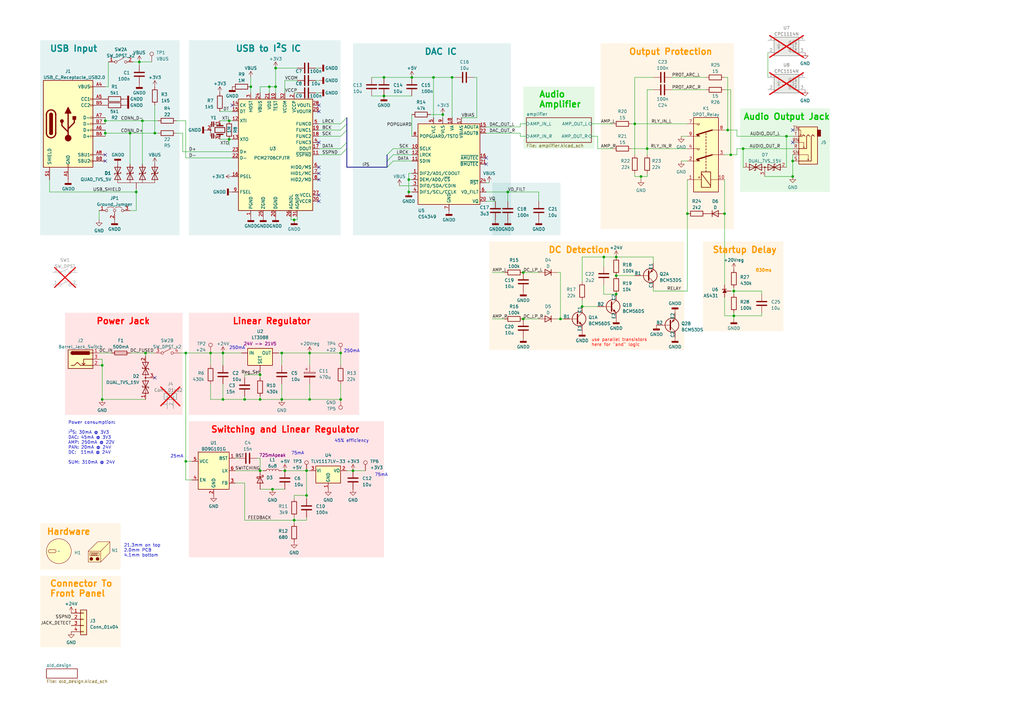
<source format=kicad_sch>
(kicad_sch (version 20230121) (generator eeschema)
  (paper "A3")
  (title_block (title "USB DAC & Headphone Amplifier") (date "2023-07-18") (rev "2") (company "Author: Jona Heinke") (comment 1 "License: MIT"))
  (junction (at 55.88 78.74))
  (junction (at 322.58 55.88))
  (junction (at 281.94 87.63))
  (junction (at 93.98 49.53))
  (junction (at 157.48 39.37))
  (junction (at 214.63 130.81))
  (junction (at 125.73 203.2))
  (junction (at 91.44 144.78))
  (junction (at 53.34 54.61))
  (junction (at 41.91 149.86))
  (junction (at 299.72 63.5))
  (junction (at 300.99 129.54))
  (junction (at 252.73 120.65))
  (junction (at 86.36 144.78))
  (junction (at 76.2 189.23))
  (junction (at 252.73 113.03))
  (junction (at 100.33 163.83))
  (junction (at 59.69 144.78))
  (junction (at 139.7 163.83))
  (junction (at 110.49 35.56))
  (junction (at 93.98 57.15))
  (junction (at 167.64 73.66))
  (junction (at 120.65 213.36))
  (junction (at 252.73 105.41))
  (junction (at 43.18 54.61))
  (junction (at 125.73 193.04))
  (junction (at 262.89 72.39))
  (junction (at 43.18 49.53))
  (junction (at 63.5 54.61))
  (junction (at 115.57 144.78))
  (junction (at 168.91 31.75))
  (junction (at 106.68 193.04))
  (junction (at 139.7 144.78))
  (junction (at 144.78 193.04))
  (junction (at 214.63 111.76))
  (junction (at 181.61 46.99))
  (junction (at 116.84 193.04))
  (junction (at 260.35 50.8))
  (junction (at 247.65 105.41))
  (junction (at 325.12 66.04))
  (junction (at 91.44 163.83))
  (junction (at 106.68 163.83))
  (junction (at 265.43 60.96))
  (junction (at 106.68 153.67))
  (junction (at 102.87 35.56))
  (junction (at 177.8 31.75))
  (junction (at 127 163.83))
  (junction (at 167.64 78.74))
  (junction (at 325.12 72.39))
  (junction (at 297.18 87.63))
  (junction (at 157.48 31.75))
  (junction (at 115.57 163.83))
  (junction (at 120.65 90.17))
  (junction (at 57.15 25.4))
  (junction (at 58.42 49.53))
  (junction (at 229.87 130.81))
  (junction (at 111.76 200.66))
  (junction (at 238.76 125.73))
  (junction (at 127 144.78))
  (junction (at 300.99 119.38))
  (junction (at 113.03 35.56))
  (junction (at 298.45 53.34))
  (junction (at 41.91 163.83))
  (junction (at 76.2 144.78))
  (junction (at 304.8 60.96))
  (junction (at 113.03 27.94))
  (junction (at 185.42 31.75))
  (junction (at 208.28 78.74))
  (no_connect (at 199.39 64.77))
  (no_connect (at 130.81 80.01))
  (no_connect (at 43.18 66.04))
  (no_connect (at 130.81 45.72))
  (no_connect (at 130.81 82.55))
  (no_connect (at 325.12 58.42))
  (no_connect (at 130.81 73.66))
  (no_connect (at 325.12 53.34))
  (no_connect (at 199.39 67.31))
  (no_connect (at 130.81 58.42))
  (no_connect (at 130.81 43.18))
  (no_connect (at 63.5 154.94))
  (no_connect (at 43.18 63.5))
  (no_connect (at 130.81 68.58))
  (no_connect (at 130.81 71.12))
  (no_connect (at 95.25 43.18))
  (bus_entry (at 158.75 68.58) (size 2.54 -2.54))
  (bus_entry (at 139.7 50.8) (size 2.54 -2.54))
  (bus_entry (at 139.7 60.96) (size 2.54 -2.54))
  (bus_entry (at 139.7 55.88) (size 2.54 -2.54))
  (bus_entry (at 158.75 66.04) (size 2.54 -2.54))
  (bus_entry (at 139.7 63.5) (size 2.54 -2.54))
  (bus_entry (at 158.75 63.5) (size 2.54 -2.54))
  (bus_entry (at 139.7 53.34) (size 2.54 -2.54))
  (wire (pts (xy 185.42 31.75) (xy 185.42 48.26)))
  (wire (pts (xy 208.28 78.74) (xy 220.98 78.74)))
  (wire (pts (xy 90.17 57.15) (xy 93.98 57.15)))
  (wire (pts (xy 247.65 109.22) (xy 247.65 105.41)))
  (wire (pts (xy 199.39 52.07) (xy 213.36 52.07)))
  (wire (pts (xy 116.84 38.1) (xy 116.84 33.02)))
  (wire (pts (xy 312.42 119.38) (xy 300.99 119.38)))
  (wire (pts (xy 281.94 73.66) (xy 281.94 87.63)))
  (bus (pts (xy 142.24 68.58) (xy 158.75 68.58)))
  (wire (pts (xy 300.99 129.54) (xy 300.99 130.81)))
  (wire (pts (xy 121.92 38.1) (xy 120.65 38.1)))
  (wire (pts (xy 41.91 149.86) (xy 41.91 147.32)))
  (wire (pts (xy 106.68 187.96) (xy 106.68 193.04)))
  (wire (pts (xy 115.57 149.86) (xy 115.57 144.78)))
  (wire (pts (xy 120.65 213.36) (xy 120.65 214.63)))
  (wire (pts (xy 304.8 60.96) (xy 325.12 60.96)))
  (wire (pts (xy 300.99 119.38) (xy 300.99 120.65)))
  (wire (pts (xy 298.45 53.34) (xy 302.26 53.34)))
  (wire (pts (xy 139.7 157.48) (xy 139.7 163.83)))
  (wire (pts (xy 43.18 49.53) (xy 58.42 49.53)))
  (wire (pts (xy 163.83 76.2) (xy 168.91 76.2)))
  (wire (pts (xy 129.54 27.94) (xy 130.81 27.94)))
  (wire (pts (xy 265.43 36.83) (xy 265.43 60.96)))
  (wire (pts (xy 214.63 111.76) (xy 220.98 111.76)))
  (wire (pts (xy 127 144.78) (xy 139.7 144.78)))
  (wire (pts (xy 167.64 73.66) (xy 167.64 78.74)))
  (wire (pts (xy 53.34 86.36) (xy 55.88 86.36)))
  (wire (pts (xy 120.65 213.36) (xy 100.33 213.36)))
  (bus (pts (xy 142.24 48.26) (xy 142.24 50.8)))
  (wire (pts (xy 43.18 48.26) (xy 43.18 49.53)))
  (wire (pts (xy 116.84 33.02) (xy 121.92 33.02)))
  (wire (pts (xy 144.78 193.04) (xy 149.86 193.04)))
  (wire (pts (xy 298.45 31.75) (xy 297.18 31.75)))
  (wire (pts (xy 53.34 54.61) (xy 63.5 54.61)))
  (wire (pts (xy 299.72 36.83) (xy 299.72 63.5)))
  (wire (pts (xy 74.93 62.23) (xy 95.25 62.23)))
  (wire (pts (xy 167.64 71.12) (xy 167.64 73.66)))
  (wire (pts (xy 213.36 52.07) (xy 213.36 50.8)))
  (wire (pts (xy 314.96 21.59) (xy 314.96 31.75)))
  (wire (pts (xy 125.73 193.04) (xy 127 193.04)))
  (bus (pts (xy 158.75 66.04) (xy 158.75 68.58)))
  (wire (pts (xy 127 149.86) (xy 127 144.78)))
  (wire (pts (xy 267.97 107.95) (xy 267.97 105.41)))
  (wire (pts (xy 259.08 50.8) (xy 260.35 50.8)))
  (wire (pts (xy 298.45 31.75) (xy 298.45 53.34)))
  (wire (pts (xy 195.58 31.75) (xy 194.31 31.75)))
  (wire (pts (xy 127 163.83) (xy 139.7 163.83)))
  (wire (pts (xy 93.98 57.15) (xy 95.25 57.15)))
  (wire (pts (xy 43.18 49.53) (xy 43.18 50.8)))
  (wire (pts (xy 93.98 57.15) (xy 93.98 59.69)))
  (wire (pts (xy 76.2 144.78) (xy 86.36 144.78)))
  (wire (pts (xy 59.69 144.78) (xy 59.69 146.05)))
  (wire (pts (xy 208.28 82.55) (xy 208.28 78.74)))
  (wire (pts (xy 119.38 88.9) (xy 119.38 90.17)))
  (wire (pts (xy 302.26 55.88) (xy 302.26 53.34)))
  (wire (pts (xy 130.81 50.8) (xy 139.7 50.8)))
  (wire (pts (xy 130.81 60.96) (xy 139.7 60.96)))
  (wire (pts (xy 195.58 31.75) (xy 195.58 48.26)))
  (wire (pts (xy 214.63 130.81) (xy 220.98 130.81)))
  (wire (pts (xy 201.93 130.81) (xy 207.01 130.81)))
  (wire (pts (xy 245.11 60.96) (xy 251.46 60.96)))
  (wire (pts (xy 86.36 144.78) (xy 91.44 144.78)))
  (wire (pts (xy 90.17 49.53) (xy 93.98 49.53)))
  (wire (pts (xy 58.42 49.53) (xy 58.42 67.31)))
  (wire (pts (xy 247.65 105.41) (xy 252.73 105.41)))
  (wire (pts (xy 238.76 105.41) (xy 238.76 115.57)))
  (wire (pts (xy 130.81 55.88) (xy 139.7 55.88)))
  (wire (pts (xy 152.4 39.37) (xy 157.48 39.37)))
  (wire (pts (xy 238.76 125.73) (xy 245.11 125.73)))
  (wire (pts (xy 115.57 157.48) (xy 115.57 163.83)))
  (wire (pts (xy 113.03 35.56) (xy 113.03 38.1)))
  (wire (pts (xy 115.57 193.04) (xy 116.84 193.04)))
  (wire (pts (xy 113.03 27.94) (xy 113.03 35.56)))
  (wire (pts (xy 116.84 193.04) (xy 125.73 193.04)))
  (wire (pts (xy 110.49 35.56) (xy 113.03 35.56)))
  (wire (pts (xy 113.03 27.94) (xy 121.92 27.94)))
  (wire (pts (xy 157.48 31.75) (xy 168.91 31.75)))
  (wire (pts (xy 55.88 78.74) (xy 55.88 77.47)))
  (wire (pts (xy 125.73 213.36) (xy 125.73 212.09)))
  (wire (pts (xy 181.61 46.99) (xy 181.61 48.26)))
  (wire (pts (xy 265.43 72.39) (xy 265.43 71.12)))
  (wire (pts (xy 297.18 87.63) (xy 297.18 116.84)))
  (bus (pts (xy 158.75 63.5) (xy 158.75 66.04)))
  (wire (pts (xy 102.87 35.56) (xy 102.87 38.1)))
  (wire (pts (xy 76.2 189.23) (xy 76.2 196.85)))
  (wire (pts (xy 20.32 78.74) (xy 55.88 78.74)))
  (wire (pts (xy 86.36 163.83) (xy 91.44 163.83)))
  (wire (pts (xy 260.35 72.39) (xy 260.35 71.12)))
  (wire (pts (xy 189.23 48.26) (xy 195.58 48.26)))
  (wire (pts (xy 102.87 31.75) (xy 102.87 35.56)))
  (wire (pts (xy 43.18 54.61) (xy 43.18 55.88)))
  (wire (pts (xy 106.68 35.56) (xy 110.49 35.56)))
  (wire (pts (xy 120.65 212.09) (xy 120.65 213.36)))
  (wire (pts (xy 44.45 25.4) (xy 44.45 35.56)))
  (wire (pts (xy 168.91 71.12) (xy 167.64 71.12)))
  (wire (pts (xy 312.42 128.27) (xy 312.42 129.54)))
  (wire (pts (xy 129.54 38.1) (xy 130.81 38.1)))
  (wire (pts (xy 300.99 128.27) (xy 300.99 129.54)))
  (wire (pts (xy 76.2 196.85) (xy 78.74 196.85)))
  (wire (pts (xy 242.57 50.8) (xy 251.46 50.8)))
  (wire (pts (xy 125.73 203.2) (xy 125.73 204.47)))
  (wire (pts (xy 120.65 204.47) (xy 120.65 203.2)))
  (wire (pts (xy 300.99 118.11) (xy 300.99 119.38)))
  (wire (pts (xy 312.42 129.54) (xy 300.99 129.54)))
  (wire (pts (xy 20.32 73.66) (xy 20.32 78.74)))
  (wire (pts (xy 86.36 149.86) (xy 86.36 144.78)))
  (wire (pts (xy 111.76 200.66) (xy 116.84 200.66)))
  (wire (pts (xy 53.34 144.78) (xy 59.69 144.78)))
  (wire (pts (xy 177.8 31.75) (xy 185.42 31.75)))
  (wire (pts (xy 199.39 78.74) (xy 208.28 78.74)))
  (wire (pts (xy 121.92 90.17) (xy 120.65 90.17)))
  (wire (pts (xy 120.65 213.36) (xy 125.73 213.36)))
  (wire (pts (xy 199.39 74.93) (xy 200.66 74.93)))
  (wire (pts (xy 238.76 105.41) (xy 247.65 105.41)))
  (wire (pts (xy 213.36 50.8) (xy 215.9 50.8)))
  (wire (pts (xy 100.33 162.56) (xy 100.33 163.83)))
  (wire (pts (xy 312.42 119.38) (xy 312.42 120.65)))
  (wire (pts (xy 213.36 55.88) (xy 213.36 54.61)))
  (wire (pts (xy 260.35 50.8) (xy 281.94 50.8)))
  (wire (pts (xy 91.44 149.86) (xy 91.44 144.78)))
  (wire (pts (xy 100.33 198.12) (xy 96.52 198.12)))
  (wire (pts (xy 161.29 60.96) (xy 168.91 60.96)))
  (wire (pts (xy 299.72 63.5) (xy 297.18 63.5)))
  (wire (pts (xy 157.48 39.37) (xy 168.91 39.37)))
  (wire (pts (xy 168.91 46.99) (xy 168.91 55.88)))
  (wire (pts (xy 247.65 120.65) (xy 247.65 116.84)))
  (wire (pts (xy 260.35 31.75) (xy 260.35 50.8)))
  (wire (pts (xy 63.5 54.61) (xy 64.77 54.61)))
  (wire (pts (xy 110.49 38.1) (xy 110.49 35.56)))
  (wire (pts (xy 168.91 31.75) (xy 177.8 31.75)))
  (wire (pts (xy 297.18 73.66) (xy 297.18 87.63)))
  (wire (pts (xy 73.66 144.78) (xy 76.2 144.78)))
  (wire (pts (xy 74.93 54.61) (xy 74.93 62.23)))
  (wire (pts (xy 265.43 60.96) (xy 265.43 63.5)))
  (wire (pts (xy 91.44 157.48) (xy 91.44 163.83)))
  (wire (pts (xy 120.65 203.2) (xy 125.73 203.2)))
  (wire (pts (xy 74.93 54.61) (xy 72.39 54.61)))
  (wire (pts (xy 279.4 66.04) (xy 281.94 66.04)))
  (wire (pts (xy 281.94 119.38) (xy 281.94 87.63)))
  (wire (pts (xy 260.35 72.39) (xy 262.89 72.39)))
  (wire (pts (xy 121.92 88.9) (xy 121.92 90.17)))
  (wire (pts (xy 298.45 53.34) (xy 297.18 53.34)))
  (wire (pts (xy 168.91 73.66) (xy 167.64 73.66)))
  (wire (pts (xy 100.33 153.67) (xy 100.33 154.94)))
  (wire (pts (xy 203.2 82.55) (xy 199.39 82.55)))
  (wire (pts (xy 245.11 55.88) (xy 245.11 60.96)))
  (wire (pts (xy 215.9 55.88) (xy 213.36 55.88)))
  (wire (pts (xy 57.15 26.67) (xy 57.15 25.4)))
  (wire (pts (xy 297.18 129.54) (xy 297.18 121.92)))
  (wire (pts (xy 91.44 163.83) (xy 100.33 163.83)))
  (wire (pts (xy 299.72 36.83) (xy 297.18 36.83)))
  (wire (pts (xy 260.35 31.75) (xy 267.97 31.75)))
  (wire (pts (xy 59.69 163.83) (xy 41.91 163.83)))
  (wire (pts (xy 260.35 50.8) (xy 260.35 63.5)))
  (wire (pts (xy 55.88 78.74) (xy 55.88 86.36)))
  (wire (pts (xy 129.54 33.02) (xy 130.81 33.02)))
  (wire (pts (xy 130.81 63.5) (xy 139.7 63.5)))
  (wire (pts (xy 96.52 193.04) (xy 106.68 193.04)))
  (wire (pts (xy 115.57 163.83) (xy 127 163.83)))
  (wire (pts (xy 114.3 144.78) (xy 115.57 144.78)))
  (wire (pts (xy 176.53 46.99) (xy 181.61 46.99)))
  (wire (pts (xy 259.08 60.96) (xy 265.43 60.96)))
  (wire (pts (xy 177.8 31.75) (xy 177.8 48.26)))
  (wire (pts (xy 325.12 72.39) (xy 313.69 72.39)))
  (wire (pts (xy 100.33 213.36) (xy 100.33 198.12)))
  (bus (pts (xy 142.24 50.8) (xy 142.24 53.34)))
  (wire (pts (xy 63.5 43.18) (xy 63.5 54.61)))
  (wire (pts (xy 142.24 193.04) (xy 144.78 193.04)))
  (wire (pts (xy 96.52 187.96) (xy 97.79 187.96)))
  (wire (pts (xy 100.33 153.67) (xy 106.68 153.67)))
  (wire (pts (xy 252.73 120.65) (xy 247.65 120.65)))
  (wire (pts (xy 53.34 54.61) (xy 53.34 67.31)))
  (wire (pts (xy 106.68 162.56) (xy 106.68 163.83)))
  (wire (pts (xy 59.69 144.78) (xy 63.5 144.78)))
  (wire (pts (xy 262.89 73.66) (xy 262.89 72.39)))
  (wire (pts (xy 228.6 111.76) (xy 229.87 111.76)))
  (wire (pts (xy 72.39 49.53) (xy 76.2 49.53)))
  (wire (pts (xy 325.12 66.04) (xy 325.12 72.39)))
  (wire (pts (xy 57.15 25.4) (xy 62.23 25.4)))
  (wire (pts (xy 199.39 54.61) (xy 213.36 54.61)))
  (wire (pts (xy 130.81 53.34) (xy 139.7 53.34)))
  (wire (pts (xy 127 157.48) (xy 127 163.83)))
  (wire (pts (xy 152.4 31.75) (xy 157.48 31.75)))
  (wire (pts (xy 43.18 54.61) (xy 53.34 54.61)))
  (wire (pts (xy 299.72 63.5) (xy 302.26 63.5)))
  (wire (pts (xy 265.43 36.83) (xy 267.97 36.83)))
  (wire (pts (xy 100.33 163.83) (xy 106.68 163.83)))
  (wire (pts (xy 201.93 111.76) (xy 207.01 111.76)))
  (bus (pts (xy 142.24 60.96) (xy 142.24 68.58)))
  (wire (pts (xy 40.64 144.78) (xy 45.72 144.78)))
  (wire (pts (xy 40.64 86.36) (xy 40.64 90.17)))
  (wire (pts (xy 44.45 35.56) (xy 43.18 35.56)))
  (wire (pts (xy 302.26 55.88) (xy 322.58 55.88)))
  (wire (pts (xy 106.68 152.4) (xy 106.68 153.67)))
  (wire (pts (xy 168.91 78.74) (xy 167.64 78.74)))
  (wire (pts (xy 125.73 193.04) (xy 125.73 203.2)))
  (wire (pts (xy 299.72 119.38) (xy 300.99 119.38)))
  (wire (pts (xy 229.87 130.81) (xy 228.6 130.81)))
  (wire (pts (xy 161.29 63.5) (xy 168.91 63.5)))
  (wire (pts (xy 41.91 149.86) (xy 40.64 149.86)))
  (wire (pts (xy 242.57 55.88) (xy 245.11 55.88)))
  (wire (pts (xy 54.61 25.4) (xy 57.15 25.4)))
  (wire (pts (xy 322.58 55.88) (xy 325.12 55.88)))
  (wire (pts (xy 106.68 153.67) (xy 106.68 154.94)))
  (wire (pts (xy 265.43 60.96) (xy 281.94 60.96)))
  (wire (pts (xy 115.57 144.78) (xy 127 144.78)))
  (wire (pts (xy 58.42 49.53) (xy 64.77 49.53)))
  (wire (pts (xy 90.17 45.72) (xy 95.25 45.72)))
  (wire (pts (xy 302.26 60.96) (xy 302.26 63.5)))
  (wire (pts (xy 229.87 111.76) (xy 229.87 130.81)))
  (wire (pts (xy 76.2 144.78) (xy 76.2 189.23)))
  (wire (pts (xy 279.4 55.88) (xy 281.94 55.88)))
  (wire (pts (xy 252.73 113.03) (xy 260.35 113.03)))
  (wire (pts (xy 139.7 149.86) (xy 139.7 144.78)))
  (wire (pts (xy 322.58 55.88) (xy 322.58 68.58)))
  (wire (pts (xy 325.12 63.5) (xy 325.12 66.04)))
  (wire (pts (xy 106.68 38.1) (xy 106.68 35.56)))
  (wire (pts (xy 43.18 53.34) (xy 43.18 54.61)))
  (wire (pts (xy 267.97 119.38) (xy 281.94 119.38)))
  (wire (pts (xy 262.89 72.39) (xy 265.43 72.39)))
  (wire (pts (xy 267.97 105.41) (xy 252.73 105.41)))
  (wire (pts (xy 76.2 189.23) (xy 78.74 189.23)))
  (wire (pts (xy 220.98 82.55) (xy 220.98 78.74)))
  (wire (pts (xy 275.59 31.75) (xy 289.56 31.75)))
  (wire (pts (xy 86.36 157.48) (xy 86.36 163.83)))
  (wire (pts (xy 93.98 49.53) (xy 95.25 49.53)))
  (wire (pts (xy 302.26 60.96) (xy 304.8 60.96)))
  (wire (pts (xy 119.38 90.17) (xy 120.65 90.17)))
  (wire (pts (xy 297.18 129.54) (xy 300.99 129.54)))
  (wire (pts (xy 106.68 187.96) (xy 105.41 187.96)))
  (wire (pts (xy 304.8 60.96) (xy 304.8 68.58)))
  (wire (pts (xy 106.68 193.04) (xy 107.95 193.04)))
  (wire (pts (xy 229.87 130.81) (xy 231.14 130.81)))
  (wire (pts (xy 76.2 64.77) (xy 95.25 64.77)))
  (wire (pts (xy 91.44 144.78) (xy 99.06 144.78)))
  (wire (pts (xy 275.59 36.83) (xy 289.56 36.83)))
  (wire (pts (xy 41.91 147.32) (xy 40.64 147.32)))
  (wire (pts (xy 106.68 200.66) (xy 111.76 200.66)))
  (wire (pts (xy 186.69 31.75) (xy 185.42 31.75)))
  (wire (pts (xy 238.76 123.19) (xy 238.76 125.73)))
  (wire (pts (xy 106.68 163.83) (xy 115.57 163.83)))
  (wire (pts (xy 267.97 118.11) (xy 267.97 119.38)))
  (wire (pts (xy 41.91 149.86) (xy 41.91 163.83)))
  (wire (pts (xy 161.29 66.04) (xy 168.91 66.04)))
  (wire (pts (xy 76.2 49.53) (xy 76.2 64.77)))
  (bus (pts (xy 142.24 53.34) (xy 142.24 58.42)))
  (bus (pts (xy 142.24 58.42) (xy 142.24 60.96)))
  (rectangle (start 16.51 214.63) (end 49.53 233.68) (stroke (width -0.0001)) (fill (type color) (color 255 153 0 0.1)))
  (rectangle (start 77.47 128.27) (end 147.32 170.18) (stroke (width -0.0001)) (fill (type color) (color 255 0 0 0.1019607843)))
  (rectangle (start 303.53 44.45) (end 340.36 78.74) (stroke (width -0.0001)) (fill (type color) (color 0 194 0 0.1019607843)))
  (rectangle (start 16.51 236.22) (end 49.53 265.43) (stroke (width -0.0001)) (fill (type color) (color 255 153 0 0.1)))
  (rectangle (start 144.78 17.78) (end 209.55 96.52) (stroke (width -0.0001)) (fill (type color) (color 0 132 132 0.1019607843)))
  (rectangle (start 77.47 172.72) (end 157.48 228.6) (stroke (width -0.0001)) (fill (type color) (color 255 0 0 0.1019607843)))
  (rectangle (start 246.38 17.78) (end 300.99 93.98) (stroke (width -0.0001)) (fill (type color) (color 255 153 0 0.1)))
  (rectangle (start 214.63 35.56) (end 243.84 60.96) (stroke (width -0.0001)) (fill (type color) (color 0 194 0 0.1019607843)))
  (rectangle (start 16.51 16.51) (end 73.66 96.52) (stroke (width -0.0001)) (fill (type color) (color 0 132 132 0.1019607843)))
  (rectangle (start 288.29 99.06) (end 321.31 135.89) (stroke (width -0.0001)) (fill (type color) (color 255 153 0 0.1)))
  (rectangle (start 77.47 16.51) (end 139.7 96.52) (stroke (width -0.0001)) (fill (type color) (color 0 132 132 0.1019607843)))
  (rectangle (start 26.67 128.27) (end 74.93 170.18) (stroke (width -0.0001)) (fill (type color) (color 255 0 0 0.1019607843)))
  (rectangle (start 200.66 99.06) (end 280.67 143.51) (stroke (width -0.0001)) (fill (type color) (color 255 153 0 0.1)))
  (rectangle (start 201.93 74.93) (end 229.87 96.52) (stroke (width -0.0001)) (fill (type color) (color 0 132 132 0.1019607843)))
  (text "21.3mm on top\n2.0mm PCB\n4.1mm bottom" (at 50.8 228.6 0) (effects (font (size 1.27 1.27)) (justify left bottom)))
  (text "USB Input" (at 20.32 21.59 0) (effects (font (size 2.54 2.54) (thickness 0.508) bold) (justify left bottom)))
  (text "DC Detection" (at 224.79 104.14 0) (effects (font (size 2.54 2.54) (thickness 0.508) bold) (justify left bottom)))
  (text "250mA" (at 93.98 143.51 0) (effects (font (size 1.27 1.27)) (justify left bottom)))
  (text "USB to I²S IC" (at 96.52 21.59 0) (effects (font (size 2.54 2.54) (thickness 0.508) bold) (justify left bottom)))
  (text "45% efficiency" (at 137.16 181.61 0) (effects (font (size 1.27 1.27)) (justify left bottom)))
  (text "Startup Delay" (at 292.1 104.14 0) (effects (font (size 2.54 2.54) (thickness 0.508) bold) (justify left bottom)))
  (text "Power Jack" (at 39.37 133.35 0) (effects (font (size 2.54 2.54) (thickness 0.508) bold) (justify left bottom)))
  (text "DAC IC" (at 173.99 22.86 0) (effects (font (size 2.54 2.54) (thickness 0.508) bold) (justify left bottom)))
  (text "Switching and Linear Regulator" (at 86.36 177.8 0) (effects (font (size 2.54 2.54) (thickness 0.508) bold) (justify left bottom)))
  (text "Hardware" (at 19.05 219.71 0) (effects (font (size 2.54 2.54) (thickness 0.508) bold) (justify left bottom)))
  (text "Connector To\nFront Panel" (at 20.32 245.11 0) (effects (font (size 2.54 2.54) (thickness 0.508) bold) (justify left bottom)))
  (text "use parallel transistors\nhere for \"and\" logic" (at 242.57 142.24 0) (effects (font (size 1.27 1.27)) (justify left bottom)))
  (text "250mA" (at 140.97 144.78 0) (effects (font (size 1.27 1.27)) (justify left bottom)))
  (text "Audio\nAmplifier" (at 220.98 44.45 0) (effects (font (size 2.54 2.54) (thickness 0.508) bold) (justify left bottom)))
  (text "25mA" (at 69.85 187.96 0) (effects (font (size 1.27 1.27)) (justify left bottom)))
  (text "Output Protection" (at 257.81 22.86 0) (effects (font (size 2.54 2.54) (thickness 0.508) bold) (justify left bottom)))
  (text "830ms" (at 309.88 111.76 0) (effects (font (size 1.27 1.27) (thickness 0.254) bold) (justify left bottom)))
  (text "75mA" (at 153.67 195.58 0) (effects (font (size 1.27 1.27)) (justify left bottom)))
  (text "Audio Output Jack" (at 304.8 49.53 0) (effects (font (size 2.54 2.54) (thickness 0.508) bold) (justify left bottom)))
  (text "75mA" (at 119.38 186.69 0) (effects (font (size 1.27 1.27)) (justify left bottom)))
  (text "Power consumption:\n\nI²S: 30mA @ 3V3\nDAC: 45mA @ 3V3\nAMP: 250mA @ 22V\nPAN: 20mA @ 24V\nDC:  11mA @ 24V\n\nSUM: 310mA @ 24V" (at 27.94 190.5 0) (effects (font (size 1.27 1.27)) (justify left bottom)))
  (text "Linear Regulator" (at 95.25 133.35 0) (effects (font (size 2.54 2.54) (thickness 0.508) bold) (justify left bottom)))
  (label "PROT_ARC_R" (at 275.59 36.83 0))
  (label "D-" (at 77.47 64.77 0))
  (label "DC_IN" (at 40.64 144.78 0))
  (label "XTO" (at 93.98 59.69 180))
  (label "BCK" (at 132.08 53.34 0))
  (label "SWITCHING" (at 106.68 193.04 180))
  (label "POPGUARD" (at 168.91 52.07 180))
  (label "RLY_IN_L" (at 275.59 50.8 180))
  (label "AMP_L" (at 201.93 111.76 0))
  (label "BST" (at 96.52 187.96 0))
  (label "DAC_OUT_R" (at 200.66 54.61 0))
  (label "VD_FILT" (at 208.28 78.74 0))
  (label "AMP_L" (at 246.38 50.8 0))
  (label "FEEDBACK" (at 101.6 213.36 0))
  (label "DC_LP_L" (at 214.63 111.76 0))
  (label "SCK" (at 167.64 60.96 180))
  (label "LRCK" (at 132.08 50.8 0))
  (label "RELAY" (at 279.4 119.38 180))
  (label "VBIAS" (at 189.23 48.26 0))
  (label "DT" (at 93.98 45.72 180))
  (label "Reg_Set" (at 106.68 153.67 180))
  (label "SSPND" (at 29.21 254 180))
  (label "DC_FUSED" (at 53.34 144.78 0))
  (label "DATA" (at 132.08 60.96 0))
  (label "DAC_OUT_L" (at 200.66 52.07 0))
  (label "CONN_D+" (at 49.53 54.61 0))
  (label "AMP_R" (at 201.93 130.81 0))
  (label "XTI" (at 93.98 49.53 180))
  (label "D+" (at 77.47 62.23 0))
  (label "SCK" (at 132.08 55.88 0))
  (label "SSPND" (at 132.08 63.5 0))
  (label "USB_SHIELD" (at 38.1 78.74 0))
  (label "AUDIO_OUT_R" (at 320.04 60.96 180))
  (label "AUDIO_OUT_L" (at 320.04 55.88 180))
  (label "JACK_DETECT" (at 29.21 256.54 180))
  (label "VCCP" (at 121.92 38.1 180))
  (label "VCOM" (at 116.84 33.02 0))
  (label "DATA" (at 167.64 66.04 180))
  (label "PROT_ARC_L" (at 275.59 31.75 0))
  (label "AMP_R" (at 246.38 60.96 0))
  (label "LRCK" (at 167.64 63.5 180))
  (label "CONN_D-" (at 49.53 49.53 0))
  (label "DC_LP_R" (at 214.63 130.81 0))
  (label "I^{2}S" (at 148.59 68.58 0))
  (label "RLY_IN_R" (at 275.59 60.96 180))
  (label "VQ" (at 203.2 82.55 180))
  (symbol (lib_id "Device:D") (at 293.37 87.63 0) (unit 1)
    (property "Reference" "D6" (at 293.37 82.55 0))
    (property "Value" "D" (at 293.37 85.09 0))
    (property "Footprint" "Diode_SMD:D_SOD-323_HandSoldering" (effects hide))
  )
  (symbol (lib_id "Device:C") (at 214.63 115.57 0) (mirror y) (unit 1)
    (property "Reference" "C19" (at 210.82 114.935 0) (effects (justify left)))
    (property "Value" "10u" (at 210.82 117.475 0) (effects (justify left)))
    (property "Footprint" "Capacitor_SMD:C_1206_3216Metric_Pad1.33x1.80mm_HandSolder" (effects hide))
    (property "Datasheet" "https://media.digikey.com/pdf/Data%20Sheets/Samsung%20PDFs/CL31B106KBHNNNE_Spec.pdf" (effects hide))
    (property "Digikey" "1276-6767-1-ND" (effects hide))
    (property "Height" "1.8mm" (effects hide))
  )
  (symbol (lib_id "library:Dual-NPN") (at 236.22 130.81 0) (unit 1)
    (property "Reference" "Q1" (at 241.3 130.175 0) (effects (justify left)))
    (property "Value" "BCM56DS" (at 241.3 132.715 0) (effects (justify left)))
    (property "Footprint" "Package_SO:SC-74-6_1.5x2.9mm_P0.95mm" (effects hide))
    (property "Datasheet" "https://assets.nexperia.com/documents/data-sheet/BCM56DS.pdf" (effects hide))
    (property "Digikey" "1727-7829-1-ND" (effects hide))
  )
  (symbol (lib_id "library:Dual-NPN") (at 250.19 125.73 0) (unit 2)
    (property "Reference" "Q1" (at 255.27 125.095 0) (effects (justify left)))
    (property "Value" "BCM56DS" (at 255.27 127.635 0) (effects (justify left)))
    (property "Footprint" "Package_SO:SC-74-6_1.5x2.9mm_P0.95mm" (effects hide))
    (property "Datasheet" "https://assets.nexperia.com/documents/data-sheet/BCM56DS.pdf" (effects hide))
    (property "Digikey" "1727-7829-1-ND" (effects hide))
  )
  (symbol (lib_id "Device:C") (at 116.84 196.85 0) (unit 1)
    (property "Reference" "C6" (at 120.65 196.215 0) (effects (justify left)))
    (property "Value" "10u" (at 120.65 198.755 0) (effects (justify left)))
    (property "Footprint" "Capacitor_SMD:C_1206_3216Metric_Pad1.33x1.80mm_HandSolder" (effects hide))
    (property "Datasheet" "https://media.digikey.com/pdf/Data%20Sheets/Samsung%20PDFs/CL31B106KBHNNNE_Spec.pdf" (effects hide))
    (property "Digikey" "1276-6767-1-ND" (effects hide))
    (property "Height" "1.8mm" (effects hide))
  )
  (symbol (lib_id "power:VBUS") (at 57.15 25.4 0) (unit 1)
    (property "Reference" "#PWR010" (effects hide))
    (property "Value" "VBUS" (at 57.15 21.59 0))
  )
  (symbol (lib_id "Device:C") (at 214.63 134.62 0) (mirror y) (unit 1)
    (property "Reference" "C20" (at 210.82 133.985 0) (effects (justify left)))
    (property "Value" "10u" (at 210.82 136.525 0) (effects (justify left)))
    (property "Footprint" "Capacitor_SMD:C_1206_3216Metric_Pad1.33x1.80mm_HandSolder" (effects hide))
    (property "Datasheet" "https://media.digikey.com/pdf/Data%20Sheets/Samsung%20PDFs/CL31B106KBHNNNE_Spec.pdf" (effects hide))
    (property "Digikey" "1276-6767-1-ND" (effects hide))
    (property "Height" "1.8mm" (effects hide))
  )
  (symbol (lib_id "power:GNDD") (at 208.28 90.17 0) (mirror y) (unit 1)
    (property "Reference" "#PWR046" (effects hide))
    (property "Value" "GNDD" (at 208.28 93.98 0))
  )
  (symbol (lib_id "Device:C") (at 91.44 153.67 0) (mirror y) (unit 1)
    (property "Reference" "C2" (at 95.25 153.035 0) (effects (justify right)))
    (property "Value" "10u" (at 95.25 155.575 0) (effects (justify right)))
    (property "Footprint" "Capacitor_SMD:C_1206_3216Metric_Pad1.33x1.80mm_HandSolder" (effects hide))
    (property "Datasheet" "https://media.digikey.com/pdf/Data%20Sheets/Samsung%20PDFs/CL31B106KBHNNNE_Spec.pdf" (effects hide))
    (property "Digikey" "1276-6767-1-ND" (effects hide))
    (property "Height" "1.8mm" (effects hide))
  )
  (symbol (lib_id "power:+3V3") (at 181.61 46.99 0) (unit 1)
    (property "Reference" "#PWR042" (effects hide))
    (property "Value" "+3V3" (at 181.61 43.18 0))
  )
  (symbol (lib_id "power:GNDD") (at 50.8 40.64 90) (unit 1)
    (property "Reference" "#PWR08" (effects hide))
    (property "Value" "GNDD" (at 53.34 40.64 90) (effects (justify right)))
  )
  (symbol (lib_id "power:+24V") (at 29.21 251.46 0) (unit 1)
    (property "Reference" "#PWR02" (effects hide))
    (property "Value" "+24V" (at 29.21 247.65 0))
  )
  (symbol (lib_id "power:GND") (at 29.21 259.08 0) (unit 1)
    (property "Reference" "#PWR03" (effects hide))
    (property "Value" "GND" (at 29.21 263.525 0))
  )
  (symbol (lib_id "power:GNDD") (at 50.8 43.18 90) (unit 1)
    (property "Reference" "#PWR09" (effects hide))
    (property "Value" "GNDD" (at 53.34 43.18 90) (effects (justify right)))
  )
  (symbol (lib_id "power:+3V3") (at 113.03 27.94 0) (unit 1)
    (property "Reference" "#PWR025" (effects hide))
    (property "Value" "+3V3" (at 113.03 24.13 0))
  )
  (symbol (lib_id "Device:R") (at 300.99 114.3 0) (unit 1)
    (property "Reference" "R27" (at 303.53 113.665 0) (effects (justify left)))
    (property "Value" "430k" (at 303.53 116.205 0) (effects (justify left)))
    (property "Footprint" "Resistor_SMD:R_1206_3216Metric_Pad1.30x1.75mm_HandSolder" (effects hide))
  )
  (symbol (lib_id "Device:R") (at 93.98 53.34 0) (mirror y) (unit 1)
    (property "Reference" "R8" (at 96.52 54.61 90) (effects (justify left)))
    (property "Value" "1M" (at 93.98 54.61 90) (effects (justify left)))
    (property "Footprint" "Resistor_SMD:R_1206_3216Metric_Pad1.30x1.75mm_HandSolder" (effects hide))
  )
  (symbol (lib_id "Device:R") (at 63.5 39.37 180) (unit 1)
    (property "Reference" "R3" (at 66.04 38.735 0) (effects (justify right)))
    (property "Value" "1k5" (at 66.04 41.275 0) (effects (justify right)))
    (property "Footprint" "Resistor_SMD:R_1206_3216Metric_Pad1.30x1.75mm_HandSolder" (effects hide))
  )
  (symbol (lib_id "power:GNDD") (at 167.64 78.74 0) (mirror y) (unit 1)
    (property "Reference" "#PWR040" (effects hide))
    (property "Value" "GNDD" (at 167.64 82.55 0))
  )
  (symbol (lib_id "Device:Fuse") (at 49.53 144.78 90) (unit 1)
    (property "Reference" "F1" (at 49.53 139.7 90))
    (property "Value" "500mA" (at 49.53 142.24 90))
    (property "Footprint" "Fuse:Fuse_0805_2012Metric_Pad1.15x1.40mm_HandSolder" (effects hide))
    (property "Datasheet" "https://www.belfuse.com/resources/datasheets/circuitprotection/ds-cp-c1f-series.pdf" (effects hide))
    (property "Digikey" "507-1876-1-ND" (effects hide))
    (property "Height" "0.9mm" (effects hide))
  )
  (symbol (lib_id "Device:C") (at 190.5 31.75 90) (unit 1)
    (property "Reference" "C16" (at 190.5 25.4 90))
    (property "Value" "10u" (at 190.5 27.94 90))
    (property "Footprint" "Capacitor_SMD:C_1206_3216Metric_Pad1.33x1.80mm_HandSolder" (effects hide))
    (property "Datasheet" "https://media.digikey.com/pdf/Data%20Sheets/Samsung%20PDFs/CL31B106KBHNNNE_Spec.pdf" (effects hide))
    (property "Digikey" "1276-6767-1-ND" (effects hide))
    (property "Height" "1.8mm" (effects hide))
  )
  (symbol (lib_id "Connector_Generic:Conn_01x04") (at 34.29 254 0) (unit 1)
    (property "Reference" "J3" (at 36.83 254.635 0) (effects (justify left)))
    (property "Value" "Conn_01x04" (at 36.83 257.175 0) (effects (justify left)))
    (property "Footprint" "Connector_PinSocket_2.54mm:PinSocket_1x04_P2.54mm_Horizontal" (effects hide))
  )
  (symbol (lib_id "Device:D_TVS_Dual_AAC") (at 59.69 154.94 90) (unit 1)
    (property "Reference" "D2" (at 57.15 154.305 90) (effects (justify left)))
    (property "Value" "DUAL_TVS_15V" (at 57.15 156.845 90) (effects (justify left)))
    (property "Footprint" "Package_TO_SOT_SMD:SOT-23" (effects hide))
    (property "Datasheet" "https://assets.nexperia.com/documents/data-sheet/PESDXL2BT_SER.pdf" (effects hide))
    (property "Digikey" "1727-3813-1-ND" (effects hide))
    (property "Height" "1.1mm" (effects hide))
  )
  (symbol (lib_id "power:GNDD") (at 48.26 67.31 0) (mirror x) (unit 1)
    (property "Reference" "#PWR07" (effects hide))
    (property "Value" "GNDD" (at 48.387 63.5 0))
  )
  (symbol (lib_id "Device:R") (at 68.58 54.61 90) (mirror x) (unit 1)
    (property "Reference" "R5" (at 68.58 59.69 90))
    (property "Value" "22" (at 68.58 57.15 90))
    (property "Footprint" "Resistor_SMD:R_1206_3216Metric_Pad1.30x1.75mm_HandSolder" (effects hide))
  )
  (symbol (lib_id "Device:C") (at 312.42 124.46 0) (unit 1)
    (property "Reference" "C25" (at 316.23 123.825 0) (effects (justify left)))
    (property "Value" "10u" (at 316.23 126.365 0) (effects (justify left)))
    (property "Footprint" "Capacitor_SMD:C_1206_3216Metric_Pad1.33x1.80mm_HandSolder" (effects hide))
    (property "Datasheet" "https://media.digikey.com/pdf/Data%20Sheets/Samsung%20PDFs/CL31B106KBHNNNE_Spec.pdf" (effects hide))
    (property "Digikey" "1276-6767-1-ND" (effects hide))
    (property "Height" "1.8mm" (effects hide))
  )
  (symbol (lib_id "Device:R") (at 90.17 41.91 0) (mirror x) (unit 1)
    (property "Reference" "R7" (at 87.63 41.275 0) (effects (justify right)))
    (property "Value" "1k5" (at 87.63 43.815 0) (effects (justify right)))
    (property "Footprint" "Resistor_SMD:R_1206_3216Metric_Pad1.30x1.75mm_HandSolder" (effects hide))
  )
  (symbol (lib_id "Device:R") (at 120.65 218.44 0) (mirror y) (unit 1)
    (property "Reference" "R12" (at 118.11 217.805 0) (effects (justify left)))
    (property "Value" "680" (at 118.11 220.345 0) (effects (justify left)))
    (property "Footprint" "Resistor_SMD:R_1206_3216Metric_Pad1.30x1.75mm_HandSolder" (effects hide))
  )
  (symbol (lib_id "power:GNDD") (at 46.99 90.17 0) (mirror y) (unit 1)
    (property "Reference" "#PWR06" (effects hide))
    (property "Value" "GNDD" (at 46.99 93.98 0))
  )
  (symbol (lib_id "Device:Resonator") (at 90.17 53.34 270) (unit 1)
    (property "Reference" "Y1" (at 86.36 48.26 90) (effects (justify left)))
    (property "Value" "12MHz±0.05%" (effects hide))
    (property "Footprint" "library:Resonator_Murata" (effects hide))
    (property "Datasheet" "https://www.murata.com/en/products/productdata/8801162133534/SPEC-CSTNE12M0GH5L000R0.pdf" (effects hide))
    (property "Digikey" "490-17947-1-ND" (effects hide))
    (property "Height" "0.8mm" (effects hide))
  )
  (symbol (lib_id "Connector:TestPoint") (at 139.7 144.78 0) (unit 1)
    (property "Reference" "TP4" (at 137.795 140.97 0) (effects (justify right)))
    (property "Value" "+22" (at 137.795 143.51 0) (effects (justify right)))
    (property "Footprint" "TestPoint:TestPoint_Pad_2.0x2.0mm" (effects hide))
  )
  (symbol (lib_id "library:Dual-PNP") (at 265.43 113.03 0) (mirror x) (unit 1)
    (property "Reference" "Q2" (at 270.51 112.395 0) (effects (justify left)))
    (property "Value" "BCM53DS" (at 270.51 114.935 0) (effects (justify left)))
    (property "Footprint" "Package_SO:SC-74-6_1.5x2.9mm_P0.95mm" (effects hide))
    (property "Datasheet" "https://assets.nexperia.com/documents/data-sheet/BCM53DS.pdf" (effects hide))
    (property "Digikey" "1727-7828-1-ND" (effects hide))
  )
  (symbol (lib_id "Device:R") (at 120.65 208.28 0) (mirror y) (unit 1)
    (property "Reference" "R11" (at 118.11 207.645 0) (effects (justify left)))
    (property "Value" "3k9" (at 118.11 210.185 0) (effects (justify left)))
    (property "Footprint" "Resistor_SMD:R_1206_3216Metric_Pad1.30x1.75mm_HandSolder" (effects hide))
  )
  (symbol (lib_id "Device:C") (at 157.48 35.56 0) (unit 1)
    (property "Reference" "C14" (at 161.29 34.925 0) (effects (justify left)))
    (property "Value" "10u" (at 161.29 37.465 0) (effects (justify left)))
    (property "Footprint" "Capacitor_SMD:C_1206_3216Metric_Pad1.33x1.80mm_HandSolder" (effects hide))
    (property "Datasheet" "https://media.digikey.com/pdf/Data%20Sheets/Samsung%20PDFs/CL31B106KBHNNNE_Spec.pdf" (effects hide))
    (property "Digikey" "1276-6767-1-ND" (effects hide))
    (property "Height" "1.8mm" (effects hide))
  )
  (symbol (lib_id "Device:R") (at 68.58 49.53 90) (unit 1)
    (property "Reference" "R4" (at 68.58 44.45 90))
    (property "Value" "22" (at 68.58 46.99 90))
    (property "Footprint" "Resistor_SMD:R_1206_3216Metric_Pad1.30x1.75mm_HandSolder" (effects hide))
  )
  (symbol (lib_id "power:GND") (at 40.64 90.17 0) (unit 1)
    (property "Reference" "#PWR04" (effects hide))
    (property "Value" "GND" (at 40.64 94.615 0))
  )
  (symbol (lib_id "Jumper:Jumper_3_Open") (at 46.99 86.36 0) (unit 1)
    (property "Reference" "JP1" (at 46.99 81.28 0))
    (property "Value" "Ground_Jumper" (at 46.99 83.82 0))
    (property "Footprint" "Jumper:SolderJumper-3_P1.3mm_Open_RoundedPad1.0x1.5mm" (effects hide))
  )
  (symbol (lib_id "power:GNDD") (at 252.73 130.81 0) (mirror y) (unit 1)
    (property "Reference" "#PWR052" (effects hide))
    (property "Value" "GNDD" (at 252.73 134.62 0))
  )
  (symbol (lib_id "Switch:SW_DPST_x2") (at 68.58 144.78 0) (unit 2)
    (property "Reference" "SW2" (at 68.58 139.7 0))
    (property "Value" "SW_DPST_x2" (at 68.58 142.24 0))
    (property "Datasheet" "https://sten-eswitch-13110800-production.s3.amazonaws.com/system/asset/product_line/data_sheet/234/PB400.pdf" (effects hide))
    (property "Digikey" "EG5547-ND" (effects hide))
    (property "Height" "10.2mm" (effects hide))
  )
  (symbol (lib_id "Device:R") (at 285.75 87.63 90) (unit 1)
    (property "Reference" "R24" (at 285.75 82.55 90))
    (property "Value" "2k2" (at 285.75 85.09 90))
    (property "Footprint" "Resistor_SMD:R_1206_3216Metric_Pad1.30x1.75mm_HandSolder" (effects hide))
  )
  (symbol (lib_id "power:GNDD") (at 95.25 35.56 0) (mirror y) (unit 1)
    (property "Reference" "#PWR018" (effects hide))
    (property "Value" "GNDD" (at 95.25 39.37 0))
  )
  (symbol (lib_id "Device:R") (at 139.7 153.67 0) (unit 1)
    (property "Reference" "R13" (at 142.24 153.035 0) (effects (justify left)))
    (property "Value" "22k" (at 142.24 155.575 0) (effects (justify left)))
    (property "Footprint" "Resistor_SMD:R_1206_3216Metric_Pad1.30x1.75mm_HandSolder" (effects hide))
  )
  (symbol (lib_id "power:GND") (at 144.78 200.66 0) (unit 1)
    (property "Reference" "#PWR037" (effects hide))
    (property "Value" "GND" (at 144.78 205.105 0))
  )
  (symbol (lib_id "power:VBUS") (at 102.87 31.75 0) (unit 1)
    (property "Reference" "#PWR021" (effects hide))
    (property "Value" "VBUS" (at 102.87 27.94 0))
  )
  (symbol (lib_id "Device:R") (at 46.99 40.64 90) (unit 1)
    (property "Reference" "R1" (at 46.99 35.56 90))
    (property "Value" "5k1" (at 46.99 38.1 90))
    (property "Footprint" "Resistor_SMD:R_1206_3216Metric_Pad1.30x1.75mm_HandSolder" (effects hide))
  )
  (symbol (lib_id "power:GND") (at 111.76 200.66 0) (unit 1)
    (property "Reference" "#PWR024" (effects hide))
    (property "Value" "GND" (at 111.76 205.105 0))
  )
  (symbol (lib_id "Connector:TestPoint") (at 62.23 25.4 0) (mirror y) (unit 1)
    (property "Reference" "TP1" (at 64.135 21.59 0) (effects (justify right)))
    (property "Value" "VBUS" (at 64.135 24.13 0) (effects (justify right)))
    (property "Footprint" "TestPoint:TestPoint_Pad_2.0x2.0mm" (effects hide))
  )
  (symbol (lib_id "power:GNDD") (at 220.98 90.17 0) (mirror y) (unit 1)
    (property "Reference" "#PWR049" (effects hide))
    (property "Value" "GNDD" (at 220.98 93.98 0))
  )
  (symbol (lib_id "library:Dual-PNP") (at 274.32 133.35 0) (mirror x) (unit 2)
    (property "Reference" "Q2" (at 279.4 132.715 0) (effects (justify left)))
    (property "Value" "BCM53DS" (at 279.4 135.255 0) (effects (justify left)))
    (property "Footprint" "Package_SO:SC-74-6_1.5x2.9mm_P0.95mm" (effects hide))
    (property "Datasheet" "https://assets.nexperia.com/documents/data-sheet/BCM53DS.pdf" (effects hide))
    (property "Digikey" "1727-7828-1-ND" (effects hide))
  )
  (symbol (lib_id "Switch:SW_DPST") (at 26.67 114.3 0) (unit 1) (in_bom no) (on_board no) (dnp yes)
    (property "Reference" "SW1" (at 26.67 106.68 0))
    (property "Value" "SW_DPST" (at 26.67 109.22 0))
    (property "Datasheet" "https://sten-eswitch-13110800-production.s3.amazonaws.com/system/asset/product_line/data_sheet/234/PB400.pdf" (effects hide))
    (property "Digikey" "EG5547-ND" (effects hide))
    (property "Height" "10.2mm" (effects hide))
  )
  (symbol (lib_id "Relay_SolidState:CPC1117N") (at 322.58 19.05 0) (unit 1) (in_bom no) (on_board no) (dnp yes)
    (property "Reference" "U7" (at 322.58 11.43 0))
    (property "Value" "CPC1114N" (at 322.58 13.97 0))
    (property "Footprint" "Package_SO:SOP-4_3.8x4.1mm_P2.54mm" (effects hide))
    (property "Datasheet" "https://www.ixysic.com/home/pdfs.nsf/www/CPC1114N.pdf/$file/CPC1114N.pdf" (effects hide))
  )
  (symbol (lib_id "power:GNDD") (at 107.95 88.9 0) (mirror y) (unit 1)
    (property "Reference" "#PWR023" (effects hide))
    (property "Value" "GNDD" (at 107.95 92.71 0))
  )
  (symbol (lib_id "Device:R") (at 293.37 36.83 90) (mirror x) (unit 1)
    (property "Reference" "R26" (at 293.37 41.91 90))
    (property "Value" "15" (at 293.37 39.37 90))
    (property "Footprint" "Resistor_SMD:R_1206_3216Metric_Pad1.30x1.75mm_HandSolder" (effects hide))
  )
  (symbol (lib_id "Device:C_Polarized") (at 127 153.67 0) (unit 1)
    (property "Reference" "C11" (at 130.81 152.146 0) (effects (justify left)))
    (property "Value" "470u" (at 130.81 154.686 0) (effects (justify left)))
    (property "Footprint" "Capacitor_THT:CP_Radial_D13.0mm_P5.00mm" (effects hide))
    (property "Datasheet" "https://www.rubycon.co.jp/wp-content/uploads/catalog-aluminum/PX.pdf" (effects hide))
    (property "Digikey" "1189-1280-ND" (effects hide))
    (property "Height" "14mm" (effects hide))
  )
  (symbol (lib_id "power:GNDD") (at 276.86 138.43 0) (unit 1)
    (property "Reference" "#PWR056" (effects hide))
    (property "Value" "GNDD" (at 276.86 142.24 0))
  )
  (symbol (lib_id "Device:R") (at 252.73 109.22 0) (unit 1)
    (property "Reference" "R18" (at 255.27 108.585 0) (effects (justify left)))
    (property "Value" "100k" (at 255.27 111.125 0) (effects (justify left)))
    (property "Footprint" "Resistor_SMD:R_1206_3216Metric_Pad1.30x1.75mm_HandSolder" (effects hide))
  )
  (symbol (lib_id "power:GNDD") (at 269.24 133.35 0) (unit 1)
    (property "Reference" "#PWR054" (effects hide))
    (property "Value" "GNDD" (at 269.24 137.16 0))
  )
  (symbol (lib_id "library:D_TVS_Quadruple") (at 55.88 74.93 0) (mirror y) (unit 1)
    (property "Reference" "D1" (at 45.72 71.0565 0) (effects (font bold) (justify left)))
    (property "Value" "QUAD_TVS_5V" (at 45.72 73.5965 0) (effects (justify left)))
    (property "Footprint" "Package_TO_SOT_SMD:SOT-665" (effects hide))
    (property "Datasheet" "https://assets.nexperia.com/documents/data-sheet/PESD5V0U4BW.pdf" (effects hide))
    (property "Digikey" "1727-5804-1-ND" (effects hide))
    (property "Height" "0.6mm" (effects hide))
  )
  (symbol (lib_id "power:GNDD") (at 85.09 53.34 270) (mirror x) (unit 1)
    (property "Reference" "#PWR014" (effects hide))
    (property "Value" "GNDD" (at 82.55 53.34 90) (effects (justify right)))
  )
  (symbol (lib_id "Device:R") (at 46.99 43.18 90) (mirror x) (unit 1)
    (property "Reference" "R2" (at 46.99 48.26 90))
    (property "Value" "5k1" (at 46.99 45.72 90))
    (property "Footprint" "Resistor_SMD:R_1206_3216Metric_Pad1.30x1.75mm_HandSolder" (effects hide))
  )
  (symbol (lib_id "Device:R") (at 265.43 67.31 180) (unit 1)
    (property "Reference" "R23" (at 267.335 66.04 0) (effects (justify right)))
    (property "Value" "22k" (at 267.335 68.58 0) (effects (justify right)))
    (property "Footprint" "Resistor_SMD:R_1206_3216Metric_Pad1.30x1.75mm_HandSolder" (effects hide))
  )
  (symbol (lib_id "Relay_SolidState:CPC1117N") (at 322.58 34.29 0) (unit 1) (in_bom no) (on_board no) (dnp yes)
    (property "Reference" "U8" (at 322.58 26.67 0))
    (property "Value" "CPC1114N" (at 322.58 29.21 0))
    (property "Footprint" "Package_SO:SOP-4_3.8x4.1mm_P2.54mm" (effects hide))
    (property "Datasheet" "https://www.ixysic.com/home/pdfs.nsf/www/CPC1114N.pdf/$file/CPC1114N.pdf" (effects hide))
  )
  (symbol (lib_id "Device:C") (at 101.6 187.96 90) (unit 1)
    (property "Reference" "C4" (at 101.6 181.61 90))
    (property "Value" "15n" (at 101.6 184.15 90))
    (property "Footprint" "Capacitor_SMD:C_1206_3216Metric_Pad1.33x1.80mm_HandSolder" (effects hide))
  )
  (symbol (lib_id "power:GNDD") (at 157.48 39.37 0) (mirror y) (unit 1)
    (property "Reference" "#PWR038" (effects hide))
    (property "Value" "GNDD" (at 157.48 43.18 0))
  )
  (symbol (lib_id "Device:C") (at 100.33 158.75 0) (mirror y) (unit 1)
    (property "Reference" "C3" (at 96.52 158.115 0) (effects (justify left)))
    (property "Value" "15n" (at 96.52 160.655 0) (effects (justify left)))
    (property "Footprint" "Capacitor_SMD:C_1206_3216Metric_Pad1.33x1.80mm_HandSolder" (effects hide))
  )
  (symbol (lib_id "power:VBUS") (at 163.83 76.2 0) (unit 1)
    (property "Reference" "#PWR039" (effects hide))
    (property "Value" "VBUS" (at 163.83 72.39 0))
  )
  (symbol (lib_id "power:GND") (at 325.12 72.39 0) (unit 1)
    (property "Reference" "#PWR061" (effects hide))
    (property "Value" "GND" (at 325.12 76.835 0))
  )
  (symbol (lib_id "Device:R") (at 238.76 119.38 0) (mirror y) (unit 1)
    (property "Reference" "R17" (at 236.22 118.745 0) (effects (justify left)))
    (property "Value" "22k" (at 236.22 121.285 0) (effects (justify left)))
    (property "Footprint" "Resistor_SMD:R_1206_3216Metric_Pad1.30x1.75mm_HandSolder" (effects hide))
  )
  (symbol (lib_id "power:GNDD") (at 130.81 38.1 90) (unit 1)
    (property "Reference" "#PWR034" (effects hide))
    (property "Value" "GNDD" (at 133.35 38.1 90) (effects (justify right)))
  )
  (symbol (lib_id "power:GNDD") (at 184.15 86.36 0) (mirror y) (unit 1)
    (property "Reference" "#PWR043" (effects hide))
    (property "Value" "GNDD" (at 184.15 90.17 0))
  )
  (symbol (lib_id "Device:C") (at 125.73 33.02 270) (mirror x) (unit 1)
    (property "Reference" "C8" (at 122.555 34.29 90))
    (property "Value" "10u" (at 129.54 34.29 90))
    (property "Footprint" "Capacitor_SMD:C_1206_3216Metric_Pad1.33x1.80mm_HandSolder" (effects hide))
    (property "Datasheet" "https://media.digikey.com/pdf/Data%20Sheets/Samsung%20PDFs/CL31B106KBHNNNE_Spec.pdf" (effects hide))
    (property "Digikey" "1276-6767-1-ND" (effects hide))
    (property "Height" "1.8mm" (effects hide))
  )
  (symbol (lib_id "Device:C") (at 203.2 86.36 0) (mirror y) (unit 1)
    (property "Reference" "C17" (at 200.66 85.09 0) (effects (justify left)))
    (property "Value" "3u3" (at 200.66 87.63 0) (effects (justify left)))
    (property "Footprint" "Capacitor_SMD:C_1206_3216Metric_Pad1.33x1.80mm_HandSolder" (effects hide))
  )
  (symbol (lib_id "power:GNDD") (at 120.65 90.17 0) (mirror y) (unit 1)
    (property "Reference" "#PWR029" (effects hide))
    (property "Value" "GNDD" (at 120.65 93.98 0))
  )
  (symbol (lib_id "Device:R") (at 255.27 50.8 90) (unit 1)
    (property "Reference" "R20" (at 255.27 45.72 90))
    (property "Value" "15" (at 255.27 48.26 90))
    (property "Footprint" "Resistor_SMD:R_1206_3216Metric_Pad1.30x1.75mm_HandSolder" (effects hide))
  )
  (symbol (lib_id "Connector:TestPoint") (at 86.36 144.78 0) (unit 1)
    (property "Reference" "TP2" (at 84.455 140.97 0) (effects (justify right)))
    (property "Value" "+24" (at 84.455 143.51 0) (effects (justify right)))
    (property "Footprint" "TestPoint:TestPoint_Pad_2.0x2.0mm" (effects hide))
  )
  (symbol (lib_id "Device:D") (at 224.79 111.76 0) (mirror y) (unit 1)
    (property "Reference" "D4" (at 224.79 106.68 0))
    (property "Value" "D" (at 224.79 109.22 0))
    (property "Sim.Device" "D" (effects hide))
    (property "Sim.Pins" "1=K 2=A" (effects hide))
  )
  (symbol (lib_id "Relay:AZ850-x") (at 289.56 63.5 90) (unit 1)
    (property "Reference" "K1" (at 289.56 44.45 90))
    (property "Value" "DPDT_Relay" (at 289.56 46.99 90))
    (property "Footprint" "Relay_THT:Relay_DPDT_FRT5" (effects hide))
    (property "Datasheet" "https://media.digikey.com/pdf/Data%20Sheets/Panasonic%20Electric%20Works%20PDFs/AGQ_(GQ)_Relays.pdf" (effects hide))
    (property "Digikey" "255-1364-5-ND" (effects hide))
  )
  (symbol (lib_id "power:+3V3") (at 95.25 72.39 90) (unit 1)
    (property "Reference" "#PWR019" (effects hide))
    (property "Value" "+3V3" (at 92.075 72.39 90) (effects (justify left)))
  )
  (symbol (lib_id "Device:R") (at 252.73 116.84 0) (unit 1)
    (property "Reference" "R19" (at 255.27 116.205 0) (effects (justify left)))
    (property "Value" "10k" (at 255.27 118.745 0) (effects (justify left)))
    (property "Footprint" "Resistor_SMD:R_1206_3216Metric_Pad1.30x1.75mm_HandSolder" (effects hide))
  )
  (symbol (lib_id "Reference_Voltage:TL432DBZ") (at 297.18 119.38 270) (mirror x) (unit 1)
    (property "Reference" "U6" (at 294.64 118.745 90) (effects (justify right)))
    (property "Value" "AS431" (at 294.64 121.285 90) (effects (justify right)))
    (property "Footprint" "Package_TO_SOT_SMD:SOT-23" (effects hide))
    (property "Datasheet" "https://www.diodes.com/assets/Datasheets/AS431.pdf" (effects hide))
    (property "Digikey" "AS431BNTR-G1DICT-ND" (effects hide))
  )
  (symbol (lib_id "power:GNDD") (at 102.87 88.9 0) (mirror y) (unit 1)
    (property "Reference" "#PWR022" (effects hide))
    (property "Value" "GNDD" (at 102.87 92.71 0))
  )
  (symbol (lib_id "power:GND") (at 134.62 200.66 0) (unit 1)
    (property "Reference" "#PWR035" (effects hide))
    (property "Value" "GND" (at 134.62 205.105 0))
  )
  (symbol (lib_id "Device:C") (at 152.4 35.56 0) (mirror y) (unit 1)
    (property "Reference" "C13" (at 148.59 34.925 0) (effects (justify left)))
    (property "Value" "10u" (at 148.59 37.465 0) (effects (justify left)))
    (property "Footprint" "Capacitor_SMD:C_1206_3216Metric_Pad1.33x1.80mm_HandSolder" (effects hide))
    (property "Datasheet" "https://media.digikey.com/pdf/Data%20Sheets/Samsung%20PDFs/CL31B106KBHNNNE_Spec.pdf" (effects hide))
    (property "Digikey" "1276-6767-1-ND" (effects hide))
    (property "Height" "1.8mm" (effects hide))
  )
  (symbol (lib_id "Device:C") (at 125.73 208.28 0) (unit 1)
    (property "Reference" "C10" (at 129.54 207.645 0) (effects (justify left)))
    (property "Value" "100n" (at 129.54 210.185 0) (effects (justify left)))
    (property "Footprint" "Capacitor_SMD:C_1206_3216Metric_Pad1.33x1.80mm_HandSolder" (effects hide))
    (property "Datasheet" "https://media.digikey.com/pdf/Data%20Sheets/Samsung%20PDFs/CL31B104KBCNNNC_Spec.pdf" (effects hide))
    (property "Digikey" "1276-1017-1-ND" (effects hide))
    (property "Height" "1mm" (effects hide))
  )
  (symbol (lib_id "power:+5V") (at 168.91 31.75 0) (unit 1)
    (property "Reference" "#PWR041" (effects hide))
    (property "Value" "+5V" (at 168.91 27.94 0))
  )
  (symbol (lib_id "power:+24V") (at 252.73 105.41 0) (unit 1)
    (property "Reference" "#PWR051" (effects hide))
    (property "Value" "+24V" (at 252.73 101.6 0))
  )
  (symbol (lib_id "power:GND") (at 262.89 73.66 0) (unit 1)
    (property "Reference" "#PWR053" (effects hide))
    (property "Value" "GND" (at 262.89 78.105 0))
  )
  (symbol (lib_id "power:GND") (at 279.4 55.88 0) (unit 1)
    (property "Reference" "#PWR057" (effects hide))
    (property "Value" "GND" (at 279.4 60.325 0))
  )
  (symbol (lib_id "Connector:TestPoint") (at 149.86 193.04 0) (mirror y) (unit 1)
    (property "Reference" "TP6" (at 151.765 189.23 0) (effects (justify right)))
    (property "Value" "+3V3" (at 151.765 191.77 0) (effects (justify right)))
    (property "Footprint" "TestPoint:TestPoint_Pad_2.0x2.0mm" (effects hide))
  )
  (symbol (lib_id "Device:R") (at 260.35 67.31 0) (mirror x) (unit 1)
    (property "Reference" "R22" (at 258.445 66.04 0) (effects (justify right)))
    (property "Value" "22k" (at 258.445 68.58 0) (effects (justify right)))
    (property "Footprint" "Resistor_SMD:R_1206_3216Metric_Pad1.30x1.75mm_HandSolder" (effects hide))
  )
  (symbol (lib_id "power:VBUS") (at 63.5 67.31 0) (unit 1)
    (property "Reference" "#PWR013" (effects hide))
    (property "Value" "VBUS" (at 63.5 63.5 0))
  )
  (symbol (lib_id "power:GNDD") (at 130.81 33.02 90) (unit 1)
    (property "Reference" "#PWR033" (effects hide))
    (property "Value" "GNDD" (at 133.35 33.02 90) (effects (justify right)))
  )
  (symbol (lib_id "Device:R") (at 172.72 46.99 270) (mirror x) (unit 1)
    (property "Reference" "R14" (at 172.72 41.91 90))
    (property "Value" "47k" (at 172.72 44.45 90))
    (property "Footprint" "Resistor_SMD:R_1206_3216Metric_Pad1.30x1.75mm_HandSolder" (effects hide))
  )
  (symbol (lib_id "Device:C") (at 247.65 113.03 0) (mirror y) (unit 1)
    (property "Reference" "C22" (at 243.84 112.395 0) (effects (justify left)))
    (property "Value" "2u2" (at 243.84 114.935 0) (effects (justify left)))
    (property "Footprint" "Capacitor_SMD:C_1206_3216Metric_Pad1.33x1.80mm_HandSolder" (effects hide))
    (property "Datasheet" "https://www.samsungsem.com/resources/file/global/support/product_catalog/MLCC.pdf" (effects hide))
    (property "Digikey" "1276-1264-1-ND" (effects hide))
  )
  (symbol (lib_id "library:BD9G101G") (at 87.63 193.04 0) (unit 1)
    (property "Reference" "U1" (at 87.63 181.61 0))
    (property "Value" "BD9G101G" (at 87.63 184.15 0))
    (property "Footprint" "Package_TO_SOT_SMD:SOT-23-6_Handsoldering" (effects hide))
    (property "Datasheet" "https://fscdn.rohm.com/en/products/databook/datasheet/ic/power/switching_regulator/bd9g101g-e.pdf" (effects hide))
    (property "Height" "1.3mm" (effects hide))
  )
  (symbol (lib_id "power:+5V") (at 116.84 193.04 0) (unit 1)
    (property "Reference" "#PWR028" (effects hide))
    (property "Value" "+5V" (at 116.84 189.23 0))
  )
  (symbol (lib_id "Device:D_Schottky") (at 106.68 196.85 270) (unit 1)
    (property "Reference" "D3" (at 109.22 195.8975 90) (effects (justify left)))
    (property "Value" "D_Schottky" (effects hide))
  )
  (symbol (lib_id "power:GND") (at 330.2 36.83 0) (unit 1)
    (property "Reference" "#PWR063" (effects hide))
    (property "Value" "GND" (at 330.2 41.275 0))
  )
  (symbol (lib_id "power:GNDD") (at 113.03 88.9 0) (mirror y) (unit 1)
    (property "Reference" "#PWR026" (effects hide))
    (property "Value" "GNDD" (at 113.03 92.71 0))
  )
  (symbol (lib_id "Device:C") (at 115.57 153.67 0) (mirror y) (unit 1)
    (property "Reference" "C5" (at 119.38 153.035 0) (effects (justify right)))
    (property "Value" "10u" (at 119.38 155.575 0) (effects (justify right)))
    (property "Footprint" "Capacitor_SMD:C_1206_3216Metric_Pad1.33x1.80mm_HandSolder" (effects hide))
    (property "Datasheet" "https://media.digikey.com/pdf/Data%20Sheets/Samsung%20PDFs/CL31B106KBHNNNE_Spec.pdf" (effects hide))
    (property "Digikey" "1276-6767-1-ND" (effects hide))
    (property "Height" "1.8mm" (effects hide))
  )
  (symbol (lib_id "Connector:Barrel_Jack_Switch") (at 33.02 147.32 0) (unit 1)
    (property "Reference" "J2" (at 33.02 139.7 0))
    (property "Value" "Barrel_Jack_Switch" (at 33.02 142.24 0))
    (property "Footprint" "Connector_BarrelJack:BarrelJack_GCT_DCJ200-10-A_Horizontal" (effects hide))
    (property "Datasheet" "https://www.cuidevices.com/product/resource/pj-002a.pdf" (effects hide))
    (property "Digikey" "CP-002A-ND" (effects hide))
    (property "DigikeyAlt" "CP-002AH-ND" (effects hide))
  )
  (symbol (lib_id "power:GNDD") (at 95.25 78.74 270) (mirror x) (unit 1)
    (property "Reference" "#PWR020" (effects hide))
    (property "Value" "GNDD" (at 92.71 78.74 90) (effects (justify right)))
  )
  (symbol (lib_id "Connector_Generic:Conn_01x02") (at 68.58 162.56 90) (unit 1) (in_bom no) (on_board no) (dnp yes)
    (property "Reference" "J4" (at 71.12 157.48 90) (effects (justify left)))
    (property "Value" "Conn_01x02" (at 74.93 160.02 90) (effects (justify left)))
    (property "Footprint" "library:WAGO_2086-11X2" (effects hide))
    (property "Datasheet" "https://media.digikey.com/pdf/Data%20Sheets/WAGO%20PDFs/2086-1102.pdf" (effects hide))
    (property "Digikey" "2946-2086-1102-ND" (effects hide))
    (property "Digikey-Alternative" "2946-2086-1122-ND" (effects hide))
  )
  (symbol (lib_id "Device:C") (at 125.73 38.1 270) (mirror x) (unit 1)
    (property "Reference" "C9" (at 122.555 39.37 90))
    (property "Value" "100n" (at 129.54 39.37 90))
    (property "Footprint" "Capacitor_SMD:C_1206_3216Metric_Pad1.33x1.80mm_HandSolder" (effects hide))
    (property "Datasheet" "https://media.digikey.com/pdf/Data%20Sheets/Samsung%20PDFs/CL31B104KBCNNNC_Spec.pdf" (effects hide))
    (property "Digikey" "1276-1017-1-ND" (effects hide))
    (property "Height" "1mm" (effects hide))
  )
  (symbol (lib_id "power:GNDD") (at 276.86 128.27 0) (mirror x) (unit 1)
    (property "Reference" "#PWR055" (effects hide))
    (property "Value" "GNDD" (at 276.86 124.46 0))
  )
  (symbol (lib_id "Connector:TestPoint") (at 139.7 163.83 0) (mirror x) (unit 1)
    (property "Reference" "TP5" (at 137.795 167.64 0) (effects (justify right)))
    (property "Value" "GND" (at 137.795 165.1 0) (effects (justify right)))
    (property "Footprint" "TestPoint:TestPoint_Pad_2.0x2.0mm" (effects hide))
  )
  (symbol (lib_id "Device:R") (at 293.37 31.75 90) (unit 1)
    (property "Reference" "R25" (at 293.37 26.67 90))
    (property "Value" "15" (at 293.37 29.21 90))
    (property "Footprint" "Resistor_SMD:R_1206_3216Metric_Pad1.30x1.75mm_HandSolder" (effects hide))
  )
  (symbol (lib_id "power:GNDD") (at 238.76 135.89 0) (mirror y) (unit 1)
    (property "Reference" "#PWR050" (effects hide))
    (property "Value" "GNDD" (at 238.76 139.7 0))
  )
  (symbol (lib_id "power:GNDD") (at 203.2 90.17 0) (mirror y) (unit 1)
    (property "Reference" "#PWR045" (effects hide))
    (property "Value" "GNDD" (at 203.2 93.98 0))
  )
  (symbol (lib_id "library:LT3088_3Lead") (at 106.68 144.78 0) (unit 1)
    (property "Reference" "U2" (at 106.68 135.89 0))
    (property "Value" "LT3088" (at 106.68 138.43 0))
    (property "Footprint" "Package_TO_SOT_SMD:TO-263-3_TabPin2" (effects hide))
    (property "Datasheet" "https://www.analog.com/media/en/technical-documentation/data-sheets/3088fb.pdf" (effects hide))
    (property "Note" "24V -> 21V5" (at 106.68 140.97 0))
    (property "Digikey" "505-LT3088EM#PBF-ND" (effects hide))
    (property "Height" "4.6mm" (effects hide))
  )
  (symbol (lib_id "Device:D") (at 224.79 130.81 0) (mirror y) (unit 1)
    (property "Reference" "D5" (at 224.79 125.73 0))
    (property "Value" "D" (at 224.79 128.27 0))
    (property "Sim.Device" "D" (effects hide))
    (property "Sim.Pins" "1=K 2=A" (effects hide))
  )
  (symbol (lib_id "Device:D_TVS_Dual_AAC") (at 313.69 68.58 0) (unit 1)
    (property "Reference" "D7" (at 313.69 63.5 0))
    (property "Value" "DUAL_TVS_15V" (at 313.69 66.04 0))
    (property "Footprint" "Package_TO_SOT_SMD:SOT-23" (effects hide))
    (property "Datasheet" "https://assets.nexperia.com/documents/data-sheet/PESDXL2BT_SER.pdf" (effects hide))
    (property "Digikey" "1727-3813-1-ND" (effects hide))
    (property "Height" "1.1mm" (effects hide))
  )
  (symbol (lib_id "power:GND") (at 279.4 66.04 0) (unit 1)
    (property "Reference" "#PWR058" (effects hide))
    (property "Value" "GND" (at 279.4 70.485 0))
  )
  (symbol (lib_id "power:GNDD") (at 300.99 130.81 0) (unit 1)
    (property "Reference" "#PWR060" (effects hide))
    (property "Value" "GNDD" (at 300.99 134.62 0))
  )
  (symbol (lib_id "power:VBUS") (at 200.66 74.93 0) (unit 1)
    (property "Reference" "#PWR044" (effects hide))
    (property "Value" "VBUS" (at 200.66 71.12 0))
  )
  (symbol (lib_id "Device:R") (at 255.27 60.96 90) (unit 1)
    (property "Reference" "R21" (at 255.27 55.88 90))
    (property "Value" "15" (at 255.27 58.42 90))
    (property "Footprint" "Resistor_SMD:R_1206_3216Metric_Pad1.30x1.75mm_HandSolder" (effects hide))
  )
  (symbol (lib_id "power:GND") (at 115.57 163.83 0) (unit 1)
    (property "Reference" "#PWR027" (effects hide))
    (property "Value" "GND" (at 115.57 168.275 0))
  )
  (symbol (lib_id "Device:C") (at 57.15 30.48 0) (mirror y) (unit 1)
    (property "Reference" "C1" (at 53.34 29.845 0) (effects (justify left)))
    (property "Value" "100n" (at 53.34 32.385 0) (effects (justify left)))
    (property "Footprint" "Capacitor_SMD:C_1206_3216Metric_Pad1.33x1.80mm_HandSolder" (effects hide))
    (property "Datasheet" "https://media.digikey.com/pdf/Data%20Sheets/Samsung%20PDFs/CL31B104KBCNNNC_Spec.pdf" (effects hide))
    (property "Digikey" "1276-1017-1-ND" (effects hide))
    (property "Height" "1mm" (effects hide))
  )
  (symbol (lib_id "Device:R") (at 300.99 124.46 0) (unit 1)
    (property "Reference" "R28" (at 303.53 123.825 0) (effects (justify left)))
    (property "Value" "100k" (at 303.53 126.365 0) (effects (justify left)))
    (property "Footprint" "Resistor_SMD:R_1206_3216Metric_Pad1.30x1.75mm_HandSolder" (effects hide))
  )
  (symbol (lib_id "Device:C") (at 271.78 36.83 270) (unit 1)
    (property "Reference" "C24" (at 271.78 43.18 90))
    (property "Value" "100n" (at 271.78 40.64 90))
    (property "Footprint" "Capacitor_SMD:C_1206_3216Metric_Pad1.33x1.80mm_HandSolder" (effects hide))
    (property "Datasheet" "https://media.digikey.com/pdf/Data%20Sheets/Samsung%20PDFs/CL31B104KBCNNNC_Spec.pdf" (effects hide))
    (property "Digikey" "1276-1017-1-ND" (effects hide))
    (property "Height" "1mm" (effects hide))
  )
  (symbol (lib_id "library:PCM2707CPJTR") (at 113.03 63.5 0) (unit 1)
    (property "Reference" "U3" (at 110.49 60.96 0) (effects (justify left)))
    (property "Value" "PCM2706CPJTR" (at 104.14 64.77 0) (effects (justify left)))
    (property "Footprint" "Package_QFP:TQFP-32_7x7mm_P0.8mm" (effects hide))
    (property "Datasheet" "https://www.ti.com/lit/ds/symlink/pcm2706c.pdf" (effects hide))
    (property "Digikey" "296-40481-1-ND" (effects hide))
    (property "Height" "2mm" (effects hide))
  )
  (symbol (lib_id "Device:R") (at 86.36 153.67 0) (mirror y) (unit 1)
    (property "Reference" "R6" (at 83.82 153.035 0) (effects (justify left)))
    (property "Value" "430k" (at 83.82 155.575 0) (effects (justify left)))
    (property "Footprint" "Resistor_SMD:R_1206_3216Metric_Pad1.30x1.75mm_HandSolder" (effects hide))
  )
  (symbol (lib_id "power:GNDD") (at 57.15 34.29 0) (mirror y) (unit 1)
    (property "Reference" "#PWR011" (effects hide))
    (property "Value" "GNDD" (at 57.15 38.1 0))
  )
  (symbol (lib_id "Mechanical:Housing") (at 41.91 226.06 0) (unit 1) (on_board no)
    (property "Reference" "N1" (at 45.72 225.7425 0) (effects (justify left)))
    (property "Value" "Hammond 1455L801BK" (effects hide))
    (property "Datasheet" "https://www.hammfg.com/files/parts/pdf/1455L801BK.pdf" (effects hide))
    (property "Digikey" "HM5857-ND" (effects hide))
  )
  (symbol (lib_id "Device:R") (at 99.06 35.56 90) (unit 1)
    (property "Reference" "R9" (at 99.06 30.48 90))
    (property "Value" "1M" (at 99.06 33.02 90))
    (property "Footprint" "Resistor_SMD:R_1206_3216Metric_Pad1.30x1.75mm_HandSolder" (effects hide))
  )
  (symbol (lib_id "Switch:SW_DPST_x2") (at 49.53 25.4 0) (unit 1)
    (property "Reference" "SW2" (at 49.53 20.32 0))
    (property "Value" "SW_DPST_x2" (at 49.53 22.86 0))
    (property "Datasheet" "https://sten-eswitch-13110800-production.s3.amazonaws.com/system/asset/product_line/data_sheet/234/PB400.pdf" (effects hide))
    (property "Digikey" "EG5547-ND" (effects hide))
    (property "Height" "10.2mm" (effects hide))
  )
  (symbol (lib_id "Device:C") (at 168.91 35.56 0) (unit 1)
    (property "Reference" "C15" (at 172.72 34.925 0) (effects (justify left)))
    (property "Value" "100n" (at 172.72 37.465 0) (effects (justify left)))
    (property "Footprint" "Capacitor_SMD:C_1206_3216Metric_Pad1.33x1.80mm_HandSolder" (effects hide))
    (property "Datasheet" "https://media.digikey.com/pdf/Data%20Sheets/Samsung%20PDFs/CL31B104KBCNNNC_Spec.pdf" (effects hide))
    (property "Digikey" "1276-1017-1-ND" (effects hide))
    (property "Height" "1mm" (effects hide))
  )
  (symbol (lib_id "power:GNDD") (at 214.63 119.38 0) (mirror y) (unit 1)
    (property "Reference" "#PWR047" (effects hide))
    (property "Value" "GNDD" (at 214.63 123.19 0))
  )
  (symbol (lib_id "Device:R") (at 210.82 111.76 90) (unit 1)
    (property "Reference" "R15" (at 210.82 106.68 90))
    (property "Value" "100k" (at 210.82 109.22 90))
    (property "Footprint" "Resistor_SMD:R_1206_3216Metric_Pad1.30x1.75mm_HandSolder" (effects hide))
  )
  (symbol (lib_id "power:GNDD") (at 214.63 138.43 0) (mirror y) (unit 1)
    (property "Reference" "#PWR048" (effects hide))
    (property "Value" "GNDD" (at 214.63 142.24 0))
  )
  (symbol (lib_id "Device:C") (at 125.73 27.94 270) (mirror x) (unit 1)
    (property "Reference" "C7" (at 122.555 29.21 90))
    (property "Value" "100n" (at 129.54 29.21 90))
    (property "Footprint" "Capacitor_SMD:C_1206_3216Metric_Pad1.33x1.80mm_HandSolder" (effects hide))
    (property "Datasheet" "https://media.digikey.com/pdf/Data%20Sheets/Samsung%20PDFs/CL31B104KBCNNNC_Spec.pdf" (effects hide))
    (property "Digikey" "1276-1017-1-ND" (effects hide))
    (property "Height" "1mm" (effects hide))
  )
  (symbol (lib_id "Device:C") (at 220.98 86.36 0) (unit 1)
    (property "Reference" "C21" (at 224.79 85.725 0) (effects (justify left)))
    (property "Value" "10u" (at 224.79 88.265 0) (effects (justify left)))
    (property "Footprint" "Capacitor_SMD:C_1206_3216Metric_Pad1.33x1.80mm_HandSolder" (effects hide))
    (property "Datasheet" "https://media.digikey.com/pdf/Data%20Sheets/Samsung%20PDFs/CL31B106KBHNNNE_Spec.pdf" (effects hide))
    (property "Digikey" "1276-6767-1-ND" (effects hide))
    (property "Height" "1.8mm" (effects hide))
  )
  (symbol (lib_id "Device:C") (at 144.78 196.85 0) (unit 1)
    (property "Reference" "C12" (at 148.59 196.215 0) (effects (justify left)))
    (property "Value" "10u" (at 148.59 198.755 0) (effects (justify left)))
    (property "Footprint" "Capacitor_SMD:C_1206_3216Metric_Pad1.33x1.80mm_HandSolder" (effects hide))
    (property "Datasheet" "https://media.digikey.com/pdf/Data%20Sheets/Samsung%20PDFs/CL31B106KBHNNNE_Spec.pdf" (effects hide))
    (property "Digikey" "1276-6767-1-ND" (effects hide))
    (property "Height" "1.8mm" (effects hide))
  )
  (symbol (lib_id "Device:L") (at 111.76 193.04 90) (unit 1)
    (property "Reference" "L1" (at 111.76 188.595 90))
    (property "Value" "6u8" (at 111.76 191.135 90))
    (property "Footprint" "Inductor_SMD:L_1008_2520Metric_Pad1.43x2.20mm_HandSolder" (effects hide))
    (property "Datasheet" "https://www.murata.com/~/media/webrenewal/products/inductor/chip/tokoproducts/wirewoundmetalalloychiptype/m_dfe252012f.ashx" (effects hide))
    (property "Digikey" "490-13052-1-ND" (effects hide))
    (property "Note" "725mApeak" (at 111.76 186.69 90))
    (property "Height" "1.2mm" (effects hide))
  )
  (symbol (lib_id "Device:R") (at 106.68 158.75 0) (unit 1)
    (property "Reference" "R10" (at 109.22 158.115 0) (effects (justify left)))
    (property "Value" "430k" (at 109.22 160.655 0) (effects (justify left)))
    (property "Footprint" "Resistor_SMD:R_1206_3216Metric_Pad1.30x1.75mm_HandSolder" (effects hide))
  )
  (symbol (lib_id "power:GND") (at 87.63 203.2 0) (unit 1)
    (property "Reference" "#PWR015" (effects hide))
    (property "Value" "GND" (at 87.63 207.645 0))
  )
  (symbol (lib_id "power:+3V3") (at 90.17 38.1 0) (unit 1)
    (property "Reference" "#PWR016" (effects hide))
    (property "Value" "+3V3" (at 90.17 34.29 0))
  )
  (symbol (lib_id "Device:R") (at 210.82 130.81 90) (unit 1)
    (property "Reference" "R16" (at 210.82 125.73 90))
    (property "Value" "100k" (at 210.82 128.27 90))
    (property "Footprint" "Resistor_SMD:R_1206_3216Metric_Pad1.30x1.75mm_HandSolder" (effects hide))
  )
  (symbol (lib_id "Connector:USB_C_Receptacle_USB2.0") (at 27.94 50.8 0) (unit 1)
    (property "Reference" "J1" (at 27.94 29.21 0))
    (property "Value" "USB_C_Receptacle_USB2.0" (at 30.48 31.75 0))
    (property "Footprint" "Connector_USB:USB_C_Receptacle_GCT_USB4085" (effects hide))
    (property "Datasheet" "https://gct.co/files/drawings/usb4085.pdf" (effects hide))
    (property "Digikey" "2073-USB4085-GF-ACT-ND" (effects hide))
    (property "Digikey-Alternative" "SMD Variant: 2073-USB4105-GF-A-120CT-ND" (effects hide))
  )
  (symbol (lib_id "Connector:TestPoint") (at 125.73 193.04 0) (unit 1)
    (property "Reference" "TP3" (at 123.825 189.23 0) (effects (justify right)))
    (property "Value" "+5V" (at 123.825 191.77 0) (effects (justify right)))
    (property "Footprint" "TestPoint:TestPoint_Pad_2.0x2.0mm" (effects hide))
  )
  (symbol (lib_id "Connector_Audio:AudioJack3_Switch") (at 330.2 60.96 180) (unit 1)
    (property "Reference" "J5" (at 336.55 58.42 0) (effects (justify right)))
    (property "Value" "AudioJack3_Switch" (effects hide))
    (property "Footprint" "library:Audio_Jack_SJ-6307" (effects hide))
    (property "Datasheet" "https://www.cuidevices.com/product/resource/sj-6307.pdf" (effects hide))
    (property "Digikey" "2223-SJ-63073E-ND" (effects hide))
    (property "Height" "15.7mm" (effects hide))
  )
  (symbol (lib_id "power:+3V3") (at 144.78 193.04 0) (unit 1)
    (property "Reference" "#PWR036" (effects hide))
    (property "Value" "+3V3" (at 144.78 189.23 0))
  )
  (symbol (lib_id "Device:C") (at 208.28 86.36 0) (unit 1)
    (property "Reference" "C18" (at 212.09 85.725 0) (effects (justify left)))
    (property "Value" "100n" (at 212.09 88.265 0) (effects (justify left)))
    (property "Footprint" "Capacitor_SMD:C_1206_3216Metric_Pad1.33x1.80mm_HandSolder" (effects hide))
    (property "Datasheet" "https://media.digikey.com/pdf/Data%20Sheets/Samsung%20PDFs/CL31B104KBCNNNC_Spec.pdf" (effects hide))
    (property "Digikey" "1276-1017-1-ND" (effects hide))
    (property "Height" "1mm" (effects hide))
  )
  (symbol (lib_id "Regulator_Linear:TLV1117-33") (at 134.62 193.04 0) (unit 1)
    (property "Reference" "U4" (at 134.62 186.69 0))
    (property "Value" "TLV1117LV-33" (at 134.62 189.23 0))
    (property "Footprint" "Package_TO_SOT_SMD:SOT-223-3_TabPin2" (effects hide))
    (property "Datasheet" "http://www.ti.com/lit/ds/symlink/tlv1117lv.pdf" (effects hide))
    (property "Digikey" "296-28778-1-ND" (effects hide))
    (property "Height" "1.7mm" (effects hide))
  )
  (symbol (lib_id "power:GNDD") (at 27.94 73.66 0) (unit 1)
    (property "Reference" "#PWR01" (effects hide))
    (property "Value" "GNDD" (at 28.067 77.47 0))
  )
  (symbol (lib_id "library:+20Vreg") (at 300.99 110.49 0) (unit 1)
    (property "Reference" "#PWR059" (effects hide))
    (property "Value" "+20Vreg" (at 300.99 106.68 0))
  )
  (symbol (lib_id "power:+3V3") (at 63.5 35.56 0) (unit 1)
    (property "Reference" "#PWR012" (effects hide))
    (property "Value" "+3V3" (at 63.5 31.75 0))
  )
  (symbol (lib_id "power:GND") (at 41.91 163.83 0) (unit 1)
    (property "Reference" "#PWR05" (effects hide))
    (property "Value" "GND" (at 41.91 168.275 0))
  )
  (symbol (lib_id "library:CS4349") (at 184.15 67.31 0) (unit 1)
    (property "Reference" "U5" (at 171.45 86.36 0) (effects (justify left)))
    (property "Value" "CS4349" (at 171.45 88.9 0) (effects (justify left)))
    (property "Footprint" "Package_SO:TSSOP-24_4.4x7.8mm_P0.65mm" (effects hide))
    (property "Datasheet" "https://d3uzseaevmutz1.cloudfront.net/pubs/proDatasheet/CS4349_F2.pdf" (effects hide))
    (property "Digikey" "598-1636-ND" (effects hide))
    (property "Height" "1.1mm" (effects hide))
  )
  (symbol (lib_id "library:Knob") (at 24.13 226.06 0) (unit 1) (on_board no)
    (property "Reference" "H1" (at 30.48 226.695 0) (effects (justify left)))
    (property "Value" "~" (at 24.13 226.06 0))
    (property "Digikey" "1528-5531-ND" (effects hide))
  )
  (symbol (lib_id "power:GNDD") (at 130.81 27.94 90) (unit 1)
    (property "Reference" "#PWR032" (effects hide))
    (property "Value" "GNDD" (at 133.35 27.94 90) (effects (justify right)))
  )
  (symbol (lib_id "Device:C") (at 271.78 31.75 270) (mirror x) (unit 1)
    (property "Reference" "C23" (at 271.78 25.4 90))
    (property "Value" "100n" (at 271.78 27.94 90))
    (property "Footprint" "Capacitor_SMD:C_1206_3216Metric_Pad1.33x1.80mm_HandSolder" (effects hide))
    (property "Datasheet" "https://media.digikey.com/pdf/Data%20Sheets/Samsung%20PDFs/CL31B104KBCNNNC_Spec.pdf" (effects hide))
    (property "Digikey" "1276-1017-1-ND" (effects hide))
    (property "Height" "1mm" (effects hide))
  )
  (symbol (lib_id "power:+24V") (at 91.44 144.78 0) (unit 1)
    (property "Reference" "#PWR017" (effects hide))
    (property "Value" "+24V" (at 91.44 140.97 0))
  )
  (symbol (lib_id "power:GND") (at 330.2 21.59 0) (unit 1)
    (property "Reference" "#PWR062" (effects hide))
    (property "Value" "GND" (at 330.2 26.035 0))
  )
  (symbol (lib_id "library:+20Vreg") (at 127 144.78 0) (unit 1)
    (property "Reference" "#PWR031" (effects hide))
    (property "Value" "+20Vreg" (at 127 140.97 0))
  )
  (symbol (lib_id "power:GND") (at 120.65 222.25 0) (unit 1)
    (property "Reference" "#PWR030" (effects hide))
    (property "Value" "GND" (at 120.65 226.695 0))
  )
  (sheet (at 19.05 274.32) (size 12.7 3.81) (stroke (width 0.1524))
    (property "Sheetname" "old_design" (at 19.05 273.6084 0) (effects (justify left bottom)))
    (property "Sheetfile" "old_design.kicad_sch" (at 19.05 278.7146 0) (effects (justify left top)))
  )
  (sheet (at 215.9 48.26) (size 26.67 10.16) (stroke (width 0.1524))
    (property "Sheetname" "amplifier" (at 215.9 47.5484 0) (effects (justify left bottom)))
    (property "Sheetfile" "amplifier.kicad_sch" (at 215.9 59.0046 0) (effects (justify left top)))
    (pin "AMP_IN_R" input (at 215.9 55.88 180))
    (pin "AMP_IN_L" input (at 215.9 50.8 180))
    (pin "AMP_OUT_L" input (at 242.57 50.8 0))
    (pin "AMP_OUT_R" input (at 242.57 55.88 0))
  )
)
</source>
